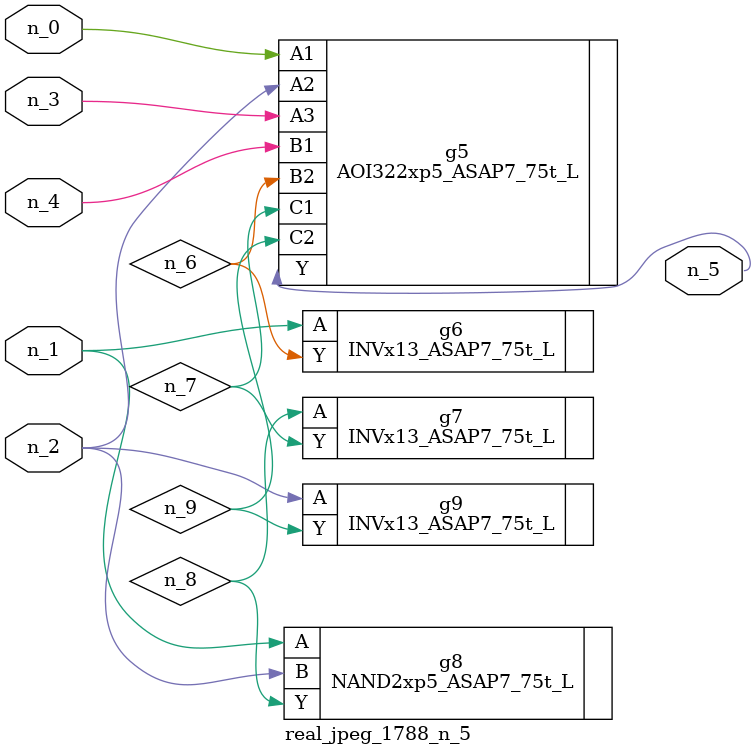
<source format=v>
module real_jpeg_1788_n_5 (n_4, n_0, n_1, n_2, n_3, n_5);

input n_4;
input n_0;
input n_1;
input n_2;
input n_3;

output n_5;

wire n_8;
wire n_6;
wire n_7;
wire n_9;

AOI322xp5_ASAP7_75t_L g5 ( 
.A1(n_0),
.A2(n_2),
.A3(n_3),
.B1(n_4),
.B2(n_6),
.C1(n_7),
.C2(n_9),
.Y(n_5)
);

INVx13_ASAP7_75t_L g6 ( 
.A(n_1),
.Y(n_6)
);

NAND2xp5_ASAP7_75t_L g8 ( 
.A(n_1),
.B(n_2),
.Y(n_8)
);

INVx13_ASAP7_75t_L g9 ( 
.A(n_2),
.Y(n_9)
);

INVx13_ASAP7_75t_L g7 ( 
.A(n_8),
.Y(n_7)
);


endmodule
</source>
